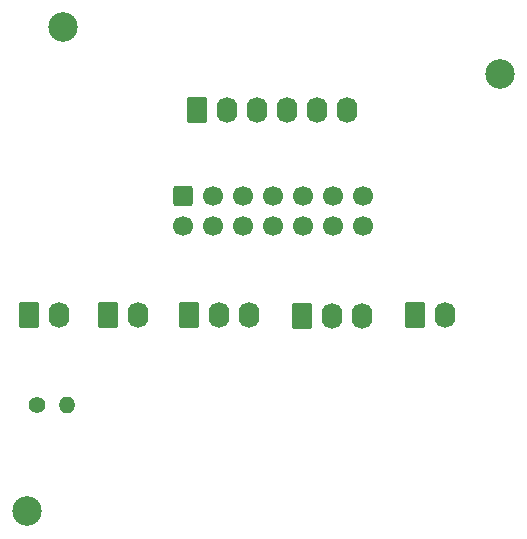
<source format=gbr>
G04 #@! TF.GenerationSoftware,KiCad,Pcbnew,7.0.9*
G04 #@! TF.CreationDate,2024-01-17T05:20:41+10:00*
G04 #@! TF.ProjectId,CONTROLLER_Radar Altimeter-V02,434f4e54-524f-44c4-9c45-525f52616461,1*
G04 #@! TF.SameCoordinates,Original*
G04 #@! TF.FileFunction,Soldermask,Bot*
G04 #@! TF.FilePolarity,Negative*
%FSLAX46Y46*%
G04 Gerber Fmt 4.6, Leading zero omitted, Abs format (unit mm)*
G04 Created by KiCad (PCBNEW 7.0.9) date 2024-01-17 05:20:41*
%MOMM*%
%LPD*%
G01*
G04 APERTURE LIST*
G04 Aperture macros list*
%AMRoundRect*
0 Rectangle with rounded corners*
0 $1 Rounding radius*
0 $2 $3 $4 $5 $6 $7 $8 $9 X,Y pos of 4 corners*
0 Add a 4 corners polygon primitive as box body*
4,1,4,$2,$3,$4,$5,$6,$7,$8,$9,$2,$3,0*
0 Add four circle primitives for the rounded corners*
1,1,$1+$1,$2,$3*
1,1,$1+$1,$4,$5*
1,1,$1+$1,$6,$7*
1,1,$1+$1,$8,$9*
0 Add four rect primitives between the rounded corners*
20,1,$1+$1,$2,$3,$4,$5,0*
20,1,$1+$1,$4,$5,$6,$7,0*
20,1,$1+$1,$6,$7,$8,$9,0*
20,1,$1+$1,$8,$9,$2,$3,0*%
G04 Aperture macros list end*
%ADD10C,2.500000*%
%ADD11RoundRect,0.250000X-0.620000X-0.845000X0.620000X-0.845000X0.620000X0.845000X-0.620000X0.845000X0*%
%ADD12O,1.740000X2.190000*%
%ADD13C,1.400000*%
%ADD14O,1.400000X1.400000*%
%ADD15RoundRect,0.250000X-0.600000X0.600000X-0.600000X-0.600000X0.600000X-0.600000X0.600000X0.600000X0*%
%ADD16C,1.700000*%
G04 APERTURE END LIST*
D10*
X34810000Y-50810000D03*
X31810000Y-91810000D03*
X71810000Y-54810000D03*
D11*
X64660000Y-75210000D03*
D12*
X67200000Y-75210000D03*
D11*
X31990000Y-75210000D03*
D12*
X34530000Y-75210000D03*
D11*
X45520000Y-75210000D03*
D12*
X48060000Y-75210000D03*
X50600000Y-75210000D03*
D11*
X46160000Y-57830000D03*
D12*
X48700000Y-57830000D03*
X51240000Y-57830000D03*
X53780000Y-57830000D03*
X56320000Y-57830000D03*
X58860000Y-57830000D03*
D13*
X32660000Y-82810000D03*
D14*
X35200000Y-82810000D03*
D11*
X55070000Y-75230000D03*
D12*
X57610000Y-75230000D03*
X60150000Y-75230000D03*
D11*
X38610000Y-75210000D03*
D12*
X41150000Y-75210000D03*
D15*
X44990000Y-65107500D03*
D16*
X44990000Y-67647500D03*
X47530000Y-65107500D03*
X47530000Y-67647500D03*
X50070000Y-65107500D03*
X50070000Y-67647500D03*
X52610000Y-65107500D03*
X52610000Y-67647500D03*
X55150000Y-65107500D03*
X55150000Y-67647500D03*
X57690000Y-65107500D03*
X57690000Y-67647500D03*
X60230000Y-65107500D03*
X60230000Y-67647500D03*
M02*

</source>
